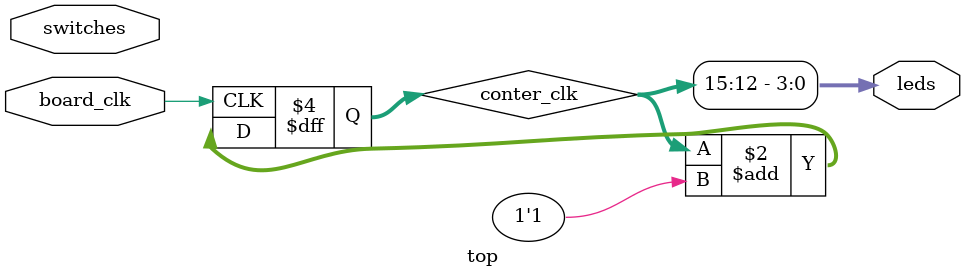
<source format=v>
`timescale 1ns / 1ps


module top(
    input [3:0] switches,
    output [3:0] leds,
    input board_clk
    );

reg [15:0] conter_clk = 'b0 ;
//assign leds =  switches;

assign leds =  conter_clk[15:12];

always @(posedge board_clk)
      conter_clk <= conter_clk + 1'b1;
   
endmodule

</source>
